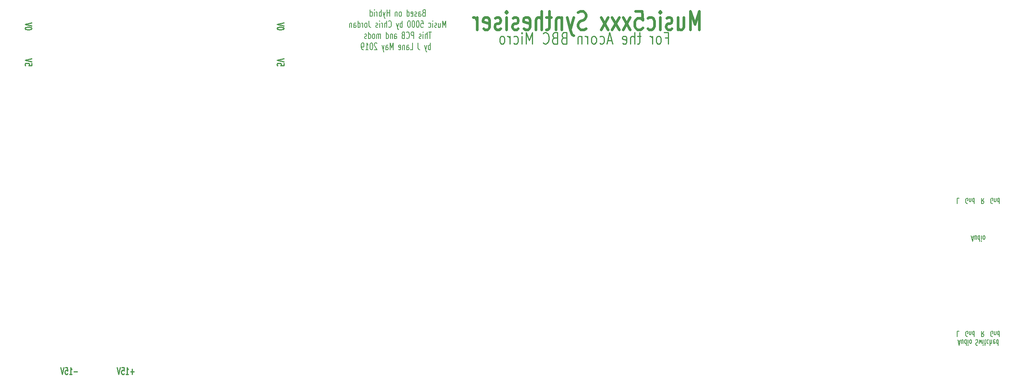
<source format=gbo>
G04 #@! TF.GenerationSoftware,KiCad,Pcbnew,5.1.4-5.1.4*
G04 #@! TF.CreationDate,2019-08-13T11:30:28+01:00*
G04 #@! TF.ProjectId,music5xxx,6d757369-6335-4787-9878-2e6b69636164,1*
G04 #@! TF.SameCoordinates,Original*
G04 #@! TF.FileFunction,Legend,Bot*
G04 #@! TF.FilePolarity,Positive*
%FSLAX46Y46*%
G04 Gerber Fmt 4.6, Leading zero omitted, Abs format (unit mm)*
G04 Created by KiCad (PCBNEW 5.1.4-5.1.4) date 2019-08-13 11:30:28*
%MOMM*%
%LPD*%
G04 APERTURE LIST*
%ADD10C,0.150000*%
%ADD11C,0.250000*%
%ADD12C,0.200000*%
%ADD13C,0.600000*%
%ADD14O,2.102000X2.702000*%
%ADD15R,2.102000X2.702000*%
%ADD16R,2.502000X1.502000*%
%ADD17O,2.502000X1.502000*%
%ADD18R,2.502000X1.702000*%
%ADD19O,2.502000X1.702000*%
%ADD20R,2.702000X2.102000*%
%ADD21O,2.702000X2.102000*%
%ADD22O,2.602000X1.602000*%
%ADD23R,2.602000X1.602000*%
%ADD24C,2.502000*%
%ADD25R,2.502000X2.502000*%
%ADD26O,2.302000X1.802000*%
%ADD27R,2.302000X1.602000*%
%ADD28O,2.302000X1.602000*%
%ADD29C,7.102000*%
%ADD30C,2.002000*%
%ADD31O,2.302000X2.802000*%
%ADD32R,2.302000X2.302000*%
%ADD33O,2.302000X2.302000*%
%ADD34R,1.902000X1.902000*%
%ADD35C,1.902000*%
%ADD36O,1.802000X2.302000*%
%ADD37O,1.702000X1.702000*%
%ADD38C,1.702000*%
%ADD39R,2.002000X2.002000*%
%ADD40C,2.102000*%
%ADD41R,2.602000X1.902000*%
%ADD42O,2.602000X1.902000*%
%ADD43R,1.702000X1.702000*%
%ADD44O,1.802000X1.802000*%
%ADD45R,1.802000X1.802000*%
G04 APERTURE END LIST*
D10*
X209131428Y-108677142D02*
X208750476Y-108677142D01*
X208750476Y-109877142D01*
X211036190Y-109820000D02*
X210960000Y-109877142D01*
X210845714Y-109877142D01*
X210731428Y-109820000D01*
X210655238Y-109705714D01*
X210617142Y-109591428D01*
X210579047Y-109362857D01*
X210579047Y-109191428D01*
X210617142Y-108962857D01*
X210655238Y-108848571D01*
X210731428Y-108734285D01*
X210845714Y-108677142D01*
X210921904Y-108677142D01*
X211036190Y-108734285D01*
X211074285Y-108791428D01*
X211074285Y-109191428D01*
X210921904Y-109191428D01*
X211417142Y-109477142D02*
X211417142Y-108677142D01*
X211417142Y-109362857D02*
X211455238Y-109420000D01*
X211531428Y-109477142D01*
X211645714Y-109477142D01*
X211721904Y-109420000D01*
X211760000Y-109305714D01*
X211760000Y-108677142D01*
X212483809Y-108677142D02*
X212483809Y-109877142D01*
X212483809Y-108734285D02*
X212407619Y-108677142D01*
X212255238Y-108677142D01*
X212179047Y-108734285D01*
X212140952Y-108791428D01*
X212102857Y-108905714D01*
X212102857Y-109248571D01*
X212140952Y-109362857D01*
X212179047Y-109420000D01*
X212255238Y-109477142D01*
X212407619Y-109477142D01*
X212483809Y-109420000D01*
X214540952Y-108677142D02*
X214274285Y-109248571D01*
X214083809Y-108677142D02*
X214083809Y-109877142D01*
X214388571Y-109877142D01*
X214464761Y-109820000D01*
X214502857Y-109762857D01*
X214540952Y-109648571D01*
X214540952Y-109477142D01*
X214502857Y-109362857D01*
X214464761Y-109305714D01*
X214388571Y-109248571D01*
X214083809Y-109248571D01*
X216521904Y-109820000D02*
X216445714Y-109877142D01*
X216331428Y-109877142D01*
X216217142Y-109820000D01*
X216140952Y-109705714D01*
X216102857Y-109591428D01*
X216064761Y-109362857D01*
X216064761Y-109191428D01*
X216102857Y-108962857D01*
X216140952Y-108848571D01*
X216217142Y-108734285D01*
X216331428Y-108677142D01*
X216407619Y-108677142D01*
X216521904Y-108734285D01*
X216560000Y-108791428D01*
X216560000Y-109191428D01*
X216407619Y-109191428D01*
X216902857Y-109477142D02*
X216902857Y-108677142D01*
X216902857Y-109362857D02*
X216940952Y-109420000D01*
X217017142Y-109477142D01*
X217131428Y-109477142D01*
X217207619Y-109420000D01*
X217245714Y-109305714D01*
X217245714Y-108677142D01*
X217969523Y-108677142D02*
X217969523Y-109877142D01*
X217969523Y-108734285D02*
X217893333Y-108677142D01*
X217740952Y-108677142D01*
X217664761Y-108734285D01*
X217626666Y-108791428D01*
X217588571Y-108905714D01*
X217588571Y-109248571D01*
X217626666Y-109362857D01*
X217664761Y-109420000D01*
X217740952Y-109477142D01*
X217893333Y-109477142D01*
X217969523Y-109420000D01*
X211893333Y-117275000D02*
X212274285Y-117275000D01*
X211817142Y-116932142D02*
X212083809Y-118132142D01*
X212350476Y-116932142D01*
X212960000Y-117732142D02*
X212960000Y-116932142D01*
X212617142Y-117732142D02*
X212617142Y-117103571D01*
X212655238Y-116989285D01*
X212731428Y-116932142D01*
X212845714Y-116932142D01*
X212921904Y-116989285D01*
X212960000Y-117046428D01*
X213683809Y-116932142D02*
X213683809Y-118132142D01*
X213683809Y-116989285D02*
X213607619Y-116932142D01*
X213455238Y-116932142D01*
X213379047Y-116989285D01*
X213340952Y-117046428D01*
X213302857Y-117160714D01*
X213302857Y-117503571D01*
X213340952Y-117617857D01*
X213379047Y-117675000D01*
X213455238Y-117732142D01*
X213607619Y-117732142D01*
X213683809Y-117675000D01*
X214064761Y-116932142D02*
X214064761Y-117732142D01*
X214064761Y-118132142D02*
X214026666Y-118075000D01*
X214064761Y-118017857D01*
X214102857Y-118075000D01*
X214064761Y-118132142D01*
X214064761Y-118017857D01*
X214560000Y-116932142D02*
X214483809Y-116989285D01*
X214445714Y-117046428D01*
X214407619Y-117160714D01*
X214407619Y-117503571D01*
X214445714Y-117617857D01*
X214483809Y-117675000D01*
X214560000Y-117732142D01*
X214674285Y-117732142D01*
X214750476Y-117675000D01*
X214788571Y-117617857D01*
X214826666Y-117503571D01*
X214826666Y-117160714D01*
X214788571Y-117046428D01*
X214750476Y-116989285D01*
X214674285Y-116932142D01*
X214560000Y-116932142D01*
X209131428Y-137887142D02*
X208750476Y-137887142D01*
X208750476Y-139087142D01*
X211036190Y-139030000D02*
X210960000Y-139087142D01*
X210845714Y-139087142D01*
X210731428Y-139030000D01*
X210655238Y-138915714D01*
X210617142Y-138801428D01*
X210579047Y-138572857D01*
X210579047Y-138401428D01*
X210617142Y-138172857D01*
X210655238Y-138058571D01*
X210731428Y-137944285D01*
X210845714Y-137887142D01*
X210921904Y-137887142D01*
X211036190Y-137944285D01*
X211074285Y-138001428D01*
X211074285Y-138401428D01*
X210921904Y-138401428D01*
X211417142Y-138687142D02*
X211417142Y-137887142D01*
X211417142Y-138572857D02*
X211455238Y-138630000D01*
X211531428Y-138687142D01*
X211645714Y-138687142D01*
X211721904Y-138630000D01*
X211760000Y-138515714D01*
X211760000Y-137887142D01*
X212483809Y-137887142D02*
X212483809Y-139087142D01*
X212483809Y-137944285D02*
X212407619Y-137887142D01*
X212255238Y-137887142D01*
X212179047Y-137944285D01*
X212140952Y-138001428D01*
X212102857Y-138115714D01*
X212102857Y-138458571D01*
X212140952Y-138572857D01*
X212179047Y-138630000D01*
X212255238Y-138687142D01*
X212407619Y-138687142D01*
X212483809Y-138630000D01*
X214540952Y-137887142D02*
X214274285Y-138458571D01*
X214083809Y-137887142D02*
X214083809Y-139087142D01*
X214388571Y-139087142D01*
X214464761Y-139030000D01*
X214502857Y-138972857D01*
X214540952Y-138858571D01*
X214540952Y-138687142D01*
X214502857Y-138572857D01*
X214464761Y-138515714D01*
X214388571Y-138458571D01*
X214083809Y-138458571D01*
X216521904Y-139030000D02*
X216445714Y-139087142D01*
X216331428Y-139087142D01*
X216217142Y-139030000D01*
X216140952Y-138915714D01*
X216102857Y-138801428D01*
X216064761Y-138572857D01*
X216064761Y-138401428D01*
X216102857Y-138172857D01*
X216140952Y-138058571D01*
X216217142Y-137944285D01*
X216331428Y-137887142D01*
X216407619Y-137887142D01*
X216521904Y-137944285D01*
X216560000Y-138001428D01*
X216560000Y-138401428D01*
X216407619Y-138401428D01*
X216902857Y-138687142D02*
X216902857Y-137887142D01*
X216902857Y-138572857D02*
X216940952Y-138630000D01*
X217017142Y-138687142D01*
X217131428Y-138687142D01*
X217207619Y-138630000D01*
X217245714Y-138515714D01*
X217245714Y-137887142D01*
X217969523Y-137887142D02*
X217969523Y-139087142D01*
X217969523Y-137944285D02*
X217893333Y-137887142D01*
X217740952Y-137887142D01*
X217664761Y-137944285D01*
X217626666Y-138001428D01*
X217588571Y-138115714D01*
X217588571Y-138458571D01*
X217626666Y-138572857D01*
X217664761Y-138630000D01*
X217740952Y-138687142D01*
X217893333Y-138687142D01*
X217969523Y-138630000D01*
X208960000Y-140135000D02*
X209340952Y-140135000D01*
X208883809Y-139792142D02*
X209150476Y-140992142D01*
X209417142Y-139792142D01*
X210026666Y-140592142D02*
X210026666Y-139792142D01*
X209683809Y-140592142D02*
X209683809Y-139963571D01*
X209721904Y-139849285D01*
X209798095Y-139792142D01*
X209912380Y-139792142D01*
X209988571Y-139849285D01*
X210026666Y-139906428D01*
X210750476Y-139792142D02*
X210750476Y-140992142D01*
X210750476Y-139849285D02*
X210674285Y-139792142D01*
X210521904Y-139792142D01*
X210445714Y-139849285D01*
X210407619Y-139906428D01*
X210369523Y-140020714D01*
X210369523Y-140363571D01*
X210407619Y-140477857D01*
X210445714Y-140535000D01*
X210521904Y-140592142D01*
X210674285Y-140592142D01*
X210750476Y-140535000D01*
X211131428Y-139792142D02*
X211131428Y-140592142D01*
X211131428Y-140992142D02*
X211093333Y-140935000D01*
X211131428Y-140877857D01*
X211169523Y-140935000D01*
X211131428Y-140992142D01*
X211131428Y-140877857D01*
X211626666Y-139792142D02*
X211550476Y-139849285D01*
X211512380Y-139906428D01*
X211474285Y-140020714D01*
X211474285Y-140363571D01*
X211512380Y-140477857D01*
X211550476Y-140535000D01*
X211626666Y-140592142D01*
X211740952Y-140592142D01*
X211817142Y-140535000D01*
X211855238Y-140477857D01*
X211893333Y-140363571D01*
X211893333Y-140020714D01*
X211855238Y-139906428D01*
X211817142Y-139849285D01*
X211740952Y-139792142D01*
X211626666Y-139792142D01*
X212807619Y-139849285D02*
X212921904Y-139792142D01*
X213112380Y-139792142D01*
X213188571Y-139849285D01*
X213226666Y-139906428D01*
X213264761Y-140020714D01*
X213264761Y-140135000D01*
X213226666Y-140249285D01*
X213188571Y-140306428D01*
X213112380Y-140363571D01*
X212960000Y-140420714D01*
X212883809Y-140477857D01*
X212845714Y-140535000D01*
X212807619Y-140649285D01*
X212807619Y-140763571D01*
X212845714Y-140877857D01*
X212883809Y-140935000D01*
X212960000Y-140992142D01*
X213150476Y-140992142D01*
X213264761Y-140935000D01*
X213531428Y-140592142D02*
X213683809Y-139792142D01*
X213836190Y-140363571D01*
X213988571Y-139792142D01*
X214140952Y-140592142D01*
X214445714Y-139792142D02*
X214445714Y-140592142D01*
X214445714Y-140992142D02*
X214407619Y-140935000D01*
X214445714Y-140877857D01*
X214483809Y-140935000D01*
X214445714Y-140992142D01*
X214445714Y-140877857D01*
X214712380Y-140592142D02*
X215017142Y-140592142D01*
X214826666Y-140992142D02*
X214826666Y-139963571D01*
X214864761Y-139849285D01*
X214940952Y-139792142D01*
X215017142Y-139792142D01*
X215626666Y-139849285D02*
X215550476Y-139792142D01*
X215398095Y-139792142D01*
X215321904Y-139849285D01*
X215283809Y-139906428D01*
X215245714Y-140020714D01*
X215245714Y-140363571D01*
X215283809Y-140477857D01*
X215321904Y-140535000D01*
X215398095Y-140592142D01*
X215550476Y-140592142D01*
X215626666Y-140535000D01*
X215969523Y-139792142D02*
X215969523Y-140992142D01*
X216312380Y-139792142D02*
X216312380Y-140420714D01*
X216274285Y-140535000D01*
X216198095Y-140592142D01*
X216083809Y-140592142D01*
X216007619Y-140535000D01*
X215969523Y-140477857D01*
X216998095Y-139849285D02*
X216921904Y-139792142D01*
X216769523Y-139792142D01*
X216693333Y-139849285D01*
X216655238Y-139963571D01*
X216655238Y-140420714D01*
X216693333Y-140535000D01*
X216769523Y-140592142D01*
X216921904Y-140592142D01*
X216998095Y-140535000D01*
X217036190Y-140420714D01*
X217036190Y-140306428D01*
X216655238Y-140192142D01*
X217721904Y-139792142D02*
X217721904Y-140992142D01*
X217721904Y-139849285D02*
X217645714Y-139792142D01*
X217493333Y-139792142D01*
X217417142Y-139849285D01*
X217379047Y-139906428D01*
X217340952Y-140020714D01*
X217340952Y-140363571D01*
X217379047Y-140477857D01*
X217417142Y-140535000D01*
X217493333Y-140592142D01*
X217645714Y-140592142D01*
X217721904Y-140535000D01*
D11*
X61146428Y-79072857D02*
X61146428Y-79549047D01*
X60432142Y-79596666D01*
X60503571Y-79549047D01*
X60575000Y-79453809D01*
X60575000Y-79215714D01*
X60503571Y-79120476D01*
X60432142Y-79072857D01*
X60289285Y-79025238D01*
X59932142Y-79025238D01*
X59789285Y-79072857D01*
X59717857Y-79120476D01*
X59646428Y-79215714D01*
X59646428Y-79453809D01*
X59717857Y-79549047D01*
X59789285Y-79596666D01*
X61146428Y-78739523D02*
X59646428Y-78406190D01*
X61146428Y-78072857D01*
X61146428Y-71453809D02*
X61146428Y-71358571D01*
X61075000Y-71263333D01*
X61003571Y-71215714D01*
X60860714Y-71168095D01*
X60575000Y-71120476D01*
X60217857Y-71120476D01*
X59932142Y-71168095D01*
X59789285Y-71215714D01*
X59717857Y-71263333D01*
X59646428Y-71358571D01*
X59646428Y-71453809D01*
X59717857Y-71549047D01*
X59789285Y-71596666D01*
X59932142Y-71644285D01*
X60217857Y-71691904D01*
X60575000Y-71691904D01*
X60860714Y-71644285D01*
X61003571Y-71596666D01*
X61075000Y-71549047D01*
X61146428Y-71453809D01*
X61146428Y-70834761D02*
X59646428Y-70501428D01*
X61146428Y-70168095D01*
D12*
X91796428Y-67972857D02*
X91653571Y-68044285D01*
X91605952Y-68115714D01*
X91558333Y-68258571D01*
X91558333Y-68472857D01*
X91605952Y-68615714D01*
X91653571Y-68687142D01*
X91748809Y-68758571D01*
X92129761Y-68758571D01*
X92129761Y-67258571D01*
X91796428Y-67258571D01*
X91701190Y-67330000D01*
X91653571Y-67401428D01*
X91605952Y-67544285D01*
X91605952Y-67687142D01*
X91653571Y-67830000D01*
X91701190Y-67901428D01*
X91796428Y-67972857D01*
X92129761Y-67972857D01*
X90701190Y-68758571D02*
X90701190Y-67972857D01*
X90748809Y-67830000D01*
X90844047Y-67758571D01*
X91034523Y-67758571D01*
X91129761Y-67830000D01*
X90701190Y-68687142D02*
X90796428Y-68758571D01*
X91034523Y-68758571D01*
X91129761Y-68687142D01*
X91177380Y-68544285D01*
X91177380Y-68401428D01*
X91129761Y-68258571D01*
X91034523Y-68187142D01*
X90796428Y-68187142D01*
X90701190Y-68115714D01*
X90272619Y-68687142D02*
X90177380Y-68758571D01*
X89986904Y-68758571D01*
X89891666Y-68687142D01*
X89844047Y-68544285D01*
X89844047Y-68472857D01*
X89891666Y-68330000D01*
X89986904Y-68258571D01*
X90129761Y-68258571D01*
X90225000Y-68187142D01*
X90272619Y-68044285D01*
X90272619Y-67972857D01*
X90225000Y-67830000D01*
X90129761Y-67758571D01*
X89986904Y-67758571D01*
X89891666Y-67830000D01*
X89034523Y-68687142D02*
X89129761Y-68758571D01*
X89320238Y-68758571D01*
X89415476Y-68687142D01*
X89463095Y-68544285D01*
X89463095Y-67972857D01*
X89415476Y-67830000D01*
X89320238Y-67758571D01*
X89129761Y-67758571D01*
X89034523Y-67830000D01*
X88986904Y-67972857D01*
X88986904Y-68115714D01*
X89463095Y-68258571D01*
X88129761Y-68758571D02*
X88129761Y-67258571D01*
X88129761Y-68687142D02*
X88225000Y-68758571D01*
X88415476Y-68758571D01*
X88510714Y-68687142D01*
X88558333Y-68615714D01*
X88605952Y-68472857D01*
X88605952Y-68044285D01*
X88558333Y-67901428D01*
X88510714Y-67830000D01*
X88415476Y-67758571D01*
X88225000Y-67758571D01*
X88129761Y-67830000D01*
X86748809Y-68758571D02*
X86844047Y-68687142D01*
X86891666Y-68615714D01*
X86939285Y-68472857D01*
X86939285Y-68044285D01*
X86891666Y-67901428D01*
X86844047Y-67830000D01*
X86748809Y-67758571D01*
X86605952Y-67758571D01*
X86510714Y-67830000D01*
X86463095Y-67901428D01*
X86415476Y-68044285D01*
X86415476Y-68472857D01*
X86463095Y-68615714D01*
X86510714Y-68687142D01*
X86605952Y-68758571D01*
X86748809Y-68758571D01*
X85986904Y-67758571D02*
X85986904Y-68758571D01*
X85986904Y-67901428D02*
X85939285Y-67830000D01*
X85844047Y-67758571D01*
X85701190Y-67758571D01*
X85605952Y-67830000D01*
X85558333Y-67972857D01*
X85558333Y-68758571D01*
X84320238Y-68758571D02*
X84320238Y-67258571D01*
X84320238Y-67972857D02*
X83748809Y-67972857D01*
X83748809Y-68758571D02*
X83748809Y-67258571D01*
X83367857Y-67758571D02*
X83129761Y-68758571D01*
X82891666Y-67758571D02*
X83129761Y-68758571D01*
X83225000Y-69115714D01*
X83272619Y-69187142D01*
X83367857Y-69258571D01*
X82510714Y-68758571D02*
X82510714Y-67258571D01*
X82510714Y-67830000D02*
X82415476Y-67758571D01*
X82225000Y-67758571D01*
X82129761Y-67830000D01*
X82082142Y-67901428D01*
X82034523Y-68044285D01*
X82034523Y-68472857D01*
X82082142Y-68615714D01*
X82129761Y-68687142D01*
X82225000Y-68758571D01*
X82415476Y-68758571D01*
X82510714Y-68687142D01*
X81605952Y-68758571D02*
X81605952Y-67758571D01*
X81605952Y-68044285D02*
X81558333Y-67901428D01*
X81510714Y-67830000D01*
X81415476Y-67758571D01*
X81320238Y-67758571D01*
X80986904Y-68758571D02*
X80986904Y-67758571D01*
X80986904Y-67258571D02*
X81034523Y-67330000D01*
X80986904Y-67401428D01*
X80939285Y-67330000D01*
X80986904Y-67258571D01*
X80986904Y-67401428D01*
X80082142Y-68758571D02*
X80082142Y-67258571D01*
X80082142Y-68687142D02*
X80177380Y-68758571D01*
X80367857Y-68758571D01*
X80463095Y-68687142D01*
X80510714Y-68615714D01*
X80558333Y-68472857D01*
X80558333Y-68044285D01*
X80510714Y-67901428D01*
X80463095Y-67830000D01*
X80367857Y-67758571D01*
X80177380Y-67758571D01*
X80082142Y-67830000D01*
X96629761Y-71208571D02*
X96629761Y-69708571D01*
X96296428Y-70780000D01*
X95963095Y-69708571D01*
X95963095Y-71208571D01*
X95058333Y-70208571D02*
X95058333Y-71208571D01*
X95486904Y-70208571D02*
X95486904Y-70994285D01*
X95439285Y-71137142D01*
X95344047Y-71208571D01*
X95201190Y-71208571D01*
X95105952Y-71137142D01*
X95058333Y-71065714D01*
X94629761Y-71137142D02*
X94534523Y-71208571D01*
X94344047Y-71208571D01*
X94248809Y-71137142D01*
X94201190Y-70994285D01*
X94201190Y-70922857D01*
X94248809Y-70780000D01*
X94344047Y-70708571D01*
X94486904Y-70708571D01*
X94582142Y-70637142D01*
X94629761Y-70494285D01*
X94629761Y-70422857D01*
X94582142Y-70280000D01*
X94486904Y-70208571D01*
X94344047Y-70208571D01*
X94248809Y-70280000D01*
X93772619Y-71208571D02*
X93772619Y-70208571D01*
X93772619Y-69708571D02*
X93820238Y-69780000D01*
X93772619Y-69851428D01*
X93725000Y-69780000D01*
X93772619Y-69708571D01*
X93772619Y-69851428D01*
X92867857Y-71137142D02*
X92963095Y-71208571D01*
X93153571Y-71208571D01*
X93248809Y-71137142D01*
X93296428Y-71065714D01*
X93344047Y-70922857D01*
X93344047Y-70494285D01*
X93296428Y-70351428D01*
X93248809Y-70280000D01*
X93153571Y-70208571D01*
X92963095Y-70208571D01*
X92867857Y-70280000D01*
X91201190Y-69708571D02*
X91677380Y-69708571D01*
X91725000Y-70422857D01*
X91677380Y-70351428D01*
X91582142Y-70280000D01*
X91344047Y-70280000D01*
X91248809Y-70351428D01*
X91201190Y-70422857D01*
X91153571Y-70565714D01*
X91153571Y-70922857D01*
X91201190Y-71065714D01*
X91248809Y-71137142D01*
X91344047Y-71208571D01*
X91582142Y-71208571D01*
X91677380Y-71137142D01*
X91725000Y-71065714D01*
X90534523Y-69708571D02*
X90439285Y-69708571D01*
X90344047Y-69780000D01*
X90296428Y-69851428D01*
X90248809Y-69994285D01*
X90201190Y-70280000D01*
X90201190Y-70637142D01*
X90248809Y-70922857D01*
X90296428Y-71065714D01*
X90344047Y-71137142D01*
X90439285Y-71208571D01*
X90534523Y-71208571D01*
X90629761Y-71137142D01*
X90677380Y-71065714D01*
X90725000Y-70922857D01*
X90772619Y-70637142D01*
X90772619Y-70280000D01*
X90725000Y-69994285D01*
X90677380Y-69851428D01*
X90629761Y-69780000D01*
X90534523Y-69708571D01*
X89582142Y-69708571D02*
X89486904Y-69708571D01*
X89391666Y-69780000D01*
X89344047Y-69851428D01*
X89296428Y-69994285D01*
X89248809Y-70280000D01*
X89248809Y-70637142D01*
X89296428Y-70922857D01*
X89344047Y-71065714D01*
X89391666Y-71137142D01*
X89486904Y-71208571D01*
X89582142Y-71208571D01*
X89677380Y-71137142D01*
X89725000Y-71065714D01*
X89772619Y-70922857D01*
X89820238Y-70637142D01*
X89820238Y-70280000D01*
X89772619Y-69994285D01*
X89725000Y-69851428D01*
X89677380Y-69780000D01*
X89582142Y-69708571D01*
X88629761Y-69708571D02*
X88534523Y-69708571D01*
X88439285Y-69780000D01*
X88391666Y-69851428D01*
X88344047Y-69994285D01*
X88296428Y-70280000D01*
X88296428Y-70637142D01*
X88344047Y-70922857D01*
X88391666Y-71065714D01*
X88439285Y-71137142D01*
X88534523Y-71208571D01*
X88629761Y-71208571D01*
X88725000Y-71137142D01*
X88772619Y-71065714D01*
X88820238Y-70922857D01*
X88867857Y-70637142D01*
X88867857Y-70280000D01*
X88820238Y-69994285D01*
X88772619Y-69851428D01*
X88725000Y-69780000D01*
X88629761Y-69708571D01*
X87105952Y-71208571D02*
X87105952Y-69708571D01*
X87105952Y-70280000D02*
X87010714Y-70208571D01*
X86820238Y-70208571D01*
X86725000Y-70280000D01*
X86677380Y-70351428D01*
X86629761Y-70494285D01*
X86629761Y-70922857D01*
X86677380Y-71065714D01*
X86725000Y-71137142D01*
X86820238Y-71208571D01*
X87010714Y-71208571D01*
X87105952Y-71137142D01*
X86296428Y-70208571D02*
X86058333Y-71208571D01*
X85820238Y-70208571D02*
X86058333Y-71208571D01*
X86153571Y-71565714D01*
X86201190Y-71637142D01*
X86296428Y-71708571D01*
X84105952Y-71065714D02*
X84153571Y-71137142D01*
X84296428Y-71208571D01*
X84391666Y-71208571D01*
X84534523Y-71137142D01*
X84629761Y-70994285D01*
X84677380Y-70851428D01*
X84725000Y-70565714D01*
X84725000Y-70351428D01*
X84677380Y-70065714D01*
X84629761Y-69922857D01*
X84534523Y-69780000D01*
X84391666Y-69708571D01*
X84296428Y-69708571D01*
X84153571Y-69780000D01*
X84105952Y-69851428D01*
X83677380Y-71208571D02*
X83677380Y-69708571D01*
X83248809Y-71208571D02*
X83248809Y-70422857D01*
X83296428Y-70280000D01*
X83391666Y-70208571D01*
X83534523Y-70208571D01*
X83629761Y-70280000D01*
X83677380Y-70351428D01*
X82772619Y-71208571D02*
X82772619Y-70208571D01*
X82772619Y-70494285D02*
X82725000Y-70351428D01*
X82677380Y-70280000D01*
X82582142Y-70208571D01*
X82486904Y-70208571D01*
X82153571Y-71208571D02*
X82153571Y-70208571D01*
X82153571Y-69708571D02*
X82201190Y-69780000D01*
X82153571Y-69851428D01*
X82105952Y-69780000D01*
X82153571Y-69708571D01*
X82153571Y-69851428D01*
X81725000Y-71137142D02*
X81629761Y-71208571D01*
X81439285Y-71208571D01*
X81344047Y-71137142D01*
X81296428Y-70994285D01*
X81296428Y-70922857D01*
X81344047Y-70780000D01*
X81439285Y-70708571D01*
X81582142Y-70708571D01*
X81677380Y-70637142D01*
X81725000Y-70494285D01*
X81725000Y-70422857D01*
X81677380Y-70280000D01*
X81582142Y-70208571D01*
X81439285Y-70208571D01*
X81344047Y-70280000D01*
X79820238Y-69708571D02*
X79820238Y-70780000D01*
X79867857Y-70994285D01*
X79963095Y-71137142D01*
X80105952Y-71208571D01*
X80201190Y-71208571D01*
X79201190Y-71208571D02*
X79296428Y-71137142D01*
X79344047Y-71065714D01*
X79391666Y-70922857D01*
X79391666Y-70494285D01*
X79344047Y-70351428D01*
X79296428Y-70280000D01*
X79201190Y-70208571D01*
X79058333Y-70208571D01*
X78963095Y-70280000D01*
X78915476Y-70351428D01*
X78867857Y-70494285D01*
X78867857Y-70922857D01*
X78915476Y-71065714D01*
X78963095Y-71137142D01*
X79058333Y-71208571D01*
X79201190Y-71208571D01*
X78439285Y-71208571D02*
X78439285Y-70208571D01*
X78439285Y-70494285D02*
X78391666Y-70351428D01*
X78344047Y-70280000D01*
X78248809Y-70208571D01*
X78153571Y-70208571D01*
X77391666Y-71208571D02*
X77391666Y-69708571D01*
X77391666Y-71137142D02*
X77486904Y-71208571D01*
X77677380Y-71208571D01*
X77772619Y-71137142D01*
X77820238Y-71065714D01*
X77867857Y-70922857D01*
X77867857Y-70494285D01*
X77820238Y-70351428D01*
X77772619Y-70280000D01*
X77677380Y-70208571D01*
X77486904Y-70208571D01*
X77391666Y-70280000D01*
X76486904Y-71208571D02*
X76486904Y-70422857D01*
X76534523Y-70280000D01*
X76629761Y-70208571D01*
X76820238Y-70208571D01*
X76915476Y-70280000D01*
X76486904Y-71137142D02*
X76582142Y-71208571D01*
X76820238Y-71208571D01*
X76915476Y-71137142D01*
X76963095Y-70994285D01*
X76963095Y-70851428D01*
X76915476Y-70708571D01*
X76820238Y-70637142D01*
X76582142Y-70637142D01*
X76486904Y-70565714D01*
X76010714Y-70208571D02*
X76010714Y-71208571D01*
X76010714Y-70351428D02*
X75963095Y-70280000D01*
X75867857Y-70208571D01*
X75725000Y-70208571D01*
X75629761Y-70280000D01*
X75582142Y-70422857D01*
X75582142Y-71208571D01*
X93463095Y-72158571D02*
X92891666Y-72158571D01*
X93177380Y-73658571D02*
X93177380Y-72158571D01*
X92558333Y-73658571D02*
X92558333Y-72158571D01*
X92129761Y-73658571D02*
X92129761Y-72872857D01*
X92177380Y-72730000D01*
X92272619Y-72658571D01*
X92415476Y-72658571D01*
X92510714Y-72730000D01*
X92558333Y-72801428D01*
X91653571Y-73658571D02*
X91653571Y-72658571D01*
X91653571Y-72158571D02*
X91701190Y-72230000D01*
X91653571Y-72301428D01*
X91605952Y-72230000D01*
X91653571Y-72158571D01*
X91653571Y-72301428D01*
X91225000Y-73587142D02*
X91129761Y-73658571D01*
X90939285Y-73658571D01*
X90844047Y-73587142D01*
X90796428Y-73444285D01*
X90796428Y-73372857D01*
X90844047Y-73230000D01*
X90939285Y-73158571D01*
X91082142Y-73158571D01*
X91177380Y-73087142D01*
X91225000Y-72944285D01*
X91225000Y-72872857D01*
X91177380Y-72730000D01*
X91082142Y-72658571D01*
X90939285Y-72658571D01*
X90844047Y-72730000D01*
X89605952Y-73658571D02*
X89605952Y-72158571D01*
X89225000Y-72158571D01*
X89129761Y-72230000D01*
X89082142Y-72301428D01*
X89034523Y-72444285D01*
X89034523Y-72658571D01*
X89082142Y-72801428D01*
X89129761Y-72872857D01*
X89225000Y-72944285D01*
X89605952Y-72944285D01*
X88034523Y-73515714D02*
X88082142Y-73587142D01*
X88225000Y-73658571D01*
X88320238Y-73658571D01*
X88463095Y-73587142D01*
X88558333Y-73444285D01*
X88605952Y-73301428D01*
X88653571Y-73015714D01*
X88653571Y-72801428D01*
X88605952Y-72515714D01*
X88558333Y-72372857D01*
X88463095Y-72230000D01*
X88320238Y-72158571D01*
X88225000Y-72158571D01*
X88082142Y-72230000D01*
X88034523Y-72301428D01*
X87272619Y-72872857D02*
X87129761Y-72944285D01*
X87082142Y-73015714D01*
X87034523Y-73158571D01*
X87034523Y-73372857D01*
X87082142Y-73515714D01*
X87129761Y-73587142D01*
X87225000Y-73658571D01*
X87605952Y-73658571D01*
X87605952Y-72158571D01*
X87272619Y-72158571D01*
X87177380Y-72230000D01*
X87129761Y-72301428D01*
X87082142Y-72444285D01*
X87082142Y-72587142D01*
X87129761Y-72730000D01*
X87177380Y-72801428D01*
X87272619Y-72872857D01*
X87605952Y-72872857D01*
X85415476Y-73658571D02*
X85415476Y-72872857D01*
X85463095Y-72730000D01*
X85558333Y-72658571D01*
X85748809Y-72658571D01*
X85844047Y-72730000D01*
X85415476Y-73587142D02*
X85510714Y-73658571D01*
X85748809Y-73658571D01*
X85844047Y-73587142D01*
X85891666Y-73444285D01*
X85891666Y-73301428D01*
X85844047Y-73158571D01*
X85748809Y-73087142D01*
X85510714Y-73087142D01*
X85415476Y-73015714D01*
X84939285Y-72658571D02*
X84939285Y-73658571D01*
X84939285Y-72801428D02*
X84891666Y-72730000D01*
X84796428Y-72658571D01*
X84653571Y-72658571D01*
X84558333Y-72730000D01*
X84510714Y-72872857D01*
X84510714Y-73658571D01*
X83605952Y-73658571D02*
X83605952Y-72158571D01*
X83605952Y-73587142D02*
X83701190Y-73658571D01*
X83891666Y-73658571D01*
X83986904Y-73587142D01*
X84034523Y-73515714D01*
X84082142Y-73372857D01*
X84082142Y-72944285D01*
X84034523Y-72801428D01*
X83986904Y-72730000D01*
X83891666Y-72658571D01*
X83701190Y-72658571D01*
X83605952Y-72730000D01*
X82367857Y-73658571D02*
X82367857Y-72658571D01*
X82367857Y-72801428D02*
X82320238Y-72730000D01*
X82225000Y-72658571D01*
X82082142Y-72658571D01*
X81986904Y-72730000D01*
X81939285Y-72872857D01*
X81939285Y-73658571D01*
X81939285Y-72872857D02*
X81891666Y-72730000D01*
X81796428Y-72658571D01*
X81653571Y-72658571D01*
X81558333Y-72730000D01*
X81510714Y-72872857D01*
X81510714Y-73658571D01*
X80891666Y-73658571D02*
X80986904Y-73587142D01*
X81034523Y-73515714D01*
X81082142Y-73372857D01*
X81082142Y-72944285D01*
X81034523Y-72801428D01*
X80986904Y-72730000D01*
X80891666Y-72658571D01*
X80748809Y-72658571D01*
X80653571Y-72730000D01*
X80605952Y-72801428D01*
X80558333Y-72944285D01*
X80558333Y-73372857D01*
X80605952Y-73515714D01*
X80653571Y-73587142D01*
X80748809Y-73658571D01*
X80891666Y-73658571D01*
X79701190Y-73658571D02*
X79701190Y-72158571D01*
X79701190Y-73587142D02*
X79796428Y-73658571D01*
X79986904Y-73658571D01*
X80082142Y-73587142D01*
X80129761Y-73515714D01*
X80177380Y-73372857D01*
X80177380Y-72944285D01*
X80129761Y-72801428D01*
X80082142Y-72730000D01*
X79986904Y-72658571D01*
X79796428Y-72658571D01*
X79701190Y-72730000D01*
X79272619Y-73587142D02*
X79177380Y-73658571D01*
X78986904Y-73658571D01*
X78891666Y-73587142D01*
X78844047Y-73444285D01*
X78844047Y-73372857D01*
X78891666Y-73230000D01*
X78986904Y-73158571D01*
X79129761Y-73158571D01*
X79225000Y-73087142D01*
X79272619Y-72944285D01*
X79272619Y-72872857D01*
X79225000Y-72730000D01*
X79129761Y-72658571D01*
X78986904Y-72658571D01*
X78891666Y-72730000D01*
X93272619Y-76108571D02*
X93272619Y-74608571D01*
X93272619Y-75180000D02*
X93177380Y-75108571D01*
X92986904Y-75108571D01*
X92891666Y-75180000D01*
X92844047Y-75251428D01*
X92796428Y-75394285D01*
X92796428Y-75822857D01*
X92844047Y-75965714D01*
X92891666Y-76037142D01*
X92986904Y-76108571D01*
X93177380Y-76108571D01*
X93272619Y-76037142D01*
X92463095Y-75108571D02*
X92225000Y-76108571D01*
X91986904Y-75108571D02*
X92225000Y-76108571D01*
X92320238Y-76465714D01*
X92367857Y-76537142D01*
X92463095Y-76608571D01*
X90558333Y-74608571D02*
X90558333Y-75680000D01*
X90605952Y-75894285D01*
X90701190Y-76037142D01*
X90844047Y-76108571D01*
X90939285Y-76108571D01*
X88844047Y-76108571D02*
X89320238Y-76108571D01*
X89320238Y-74608571D01*
X88082142Y-76108571D02*
X88082142Y-75322857D01*
X88129761Y-75180000D01*
X88225000Y-75108571D01*
X88415476Y-75108571D01*
X88510714Y-75180000D01*
X88082142Y-76037142D02*
X88177380Y-76108571D01*
X88415476Y-76108571D01*
X88510714Y-76037142D01*
X88558333Y-75894285D01*
X88558333Y-75751428D01*
X88510714Y-75608571D01*
X88415476Y-75537142D01*
X88177380Y-75537142D01*
X88082142Y-75465714D01*
X87605952Y-75108571D02*
X87605952Y-76108571D01*
X87605952Y-75251428D02*
X87558333Y-75180000D01*
X87463095Y-75108571D01*
X87320238Y-75108571D01*
X87225000Y-75180000D01*
X87177380Y-75322857D01*
X87177380Y-76108571D01*
X86320238Y-76037142D02*
X86415476Y-76108571D01*
X86605952Y-76108571D01*
X86701190Y-76037142D01*
X86748809Y-75894285D01*
X86748809Y-75322857D01*
X86701190Y-75180000D01*
X86605952Y-75108571D01*
X86415476Y-75108571D01*
X86320238Y-75180000D01*
X86272619Y-75322857D01*
X86272619Y-75465714D01*
X86748809Y-75608571D01*
X85082142Y-76108571D02*
X85082142Y-74608571D01*
X84748809Y-75680000D01*
X84415476Y-74608571D01*
X84415476Y-76108571D01*
X83510714Y-76108571D02*
X83510714Y-75322857D01*
X83558333Y-75180000D01*
X83653571Y-75108571D01*
X83844047Y-75108571D01*
X83939285Y-75180000D01*
X83510714Y-76037142D02*
X83605952Y-76108571D01*
X83844047Y-76108571D01*
X83939285Y-76037142D01*
X83986904Y-75894285D01*
X83986904Y-75751428D01*
X83939285Y-75608571D01*
X83844047Y-75537142D01*
X83605952Y-75537142D01*
X83510714Y-75465714D01*
X83129761Y-75108571D02*
X82891666Y-76108571D01*
X82653571Y-75108571D02*
X82891666Y-76108571D01*
X82986904Y-76465714D01*
X83034523Y-76537142D01*
X83129761Y-76608571D01*
X81558333Y-74751428D02*
X81510714Y-74680000D01*
X81415476Y-74608571D01*
X81177380Y-74608571D01*
X81082142Y-74680000D01*
X81034523Y-74751428D01*
X80986904Y-74894285D01*
X80986904Y-75037142D01*
X81034523Y-75251428D01*
X81605952Y-76108571D01*
X80986904Y-76108571D01*
X80367857Y-74608571D02*
X80272619Y-74608571D01*
X80177380Y-74680000D01*
X80129761Y-74751428D01*
X80082142Y-74894285D01*
X80034523Y-75180000D01*
X80034523Y-75537142D01*
X80082142Y-75822857D01*
X80129761Y-75965714D01*
X80177380Y-76037142D01*
X80272619Y-76108571D01*
X80367857Y-76108571D01*
X80463095Y-76037142D01*
X80510714Y-75965714D01*
X80558333Y-75822857D01*
X80605952Y-75537142D01*
X80605952Y-75180000D01*
X80558333Y-74894285D01*
X80510714Y-74751428D01*
X80463095Y-74680000D01*
X80367857Y-74608571D01*
X79082142Y-76108571D02*
X79653571Y-76108571D01*
X79367857Y-76108571D02*
X79367857Y-74608571D01*
X79463095Y-74822857D01*
X79558333Y-74965714D01*
X79653571Y-75037142D01*
X78605952Y-76108571D02*
X78415476Y-76108571D01*
X78320238Y-76037142D01*
X78272619Y-75965714D01*
X78177380Y-75751428D01*
X78129761Y-75465714D01*
X78129761Y-74894285D01*
X78177380Y-74751428D01*
X78225000Y-74680000D01*
X78320238Y-74608571D01*
X78510714Y-74608571D01*
X78605952Y-74680000D01*
X78653571Y-74751428D01*
X78701190Y-74894285D01*
X78701190Y-75251428D01*
X78653571Y-75394285D01*
X78605952Y-75465714D01*
X78510714Y-75537142D01*
X78320238Y-75537142D01*
X78225000Y-75465714D01*
X78177380Y-75394285D01*
X78129761Y-75251428D01*
D11*
X144761904Y-73481428D02*
X145428571Y-73481428D01*
X145428571Y-74790952D02*
X145428571Y-72290952D01*
X144476190Y-72290952D01*
X143428571Y-74790952D02*
X143619047Y-74671904D01*
X143714285Y-74552857D01*
X143809523Y-74314761D01*
X143809523Y-73600476D01*
X143714285Y-73362380D01*
X143619047Y-73243333D01*
X143428571Y-73124285D01*
X143142857Y-73124285D01*
X142952380Y-73243333D01*
X142857142Y-73362380D01*
X142761904Y-73600476D01*
X142761904Y-74314761D01*
X142857142Y-74552857D01*
X142952380Y-74671904D01*
X143142857Y-74790952D01*
X143428571Y-74790952D01*
X141904761Y-74790952D02*
X141904761Y-73124285D01*
X141904761Y-73600476D02*
X141809523Y-73362380D01*
X141714285Y-73243333D01*
X141523809Y-73124285D01*
X141333333Y-73124285D01*
X139428571Y-73124285D02*
X138666666Y-73124285D01*
X139142857Y-72290952D02*
X139142857Y-74433809D01*
X139047619Y-74671904D01*
X138857142Y-74790952D01*
X138666666Y-74790952D01*
X138000000Y-74790952D02*
X138000000Y-72290952D01*
X137142857Y-74790952D02*
X137142857Y-73481428D01*
X137238095Y-73243333D01*
X137428571Y-73124285D01*
X137714285Y-73124285D01*
X137904761Y-73243333D01*
X138000000Y-73362380D01*
X135428571Y-74671904D02*
X135619047Y-74790952D01*
X136000000Y-74790952D01*
X136190476Y-74671904D01*
X136285714Y-74433809D01*
X136285714Y-73481428D01*
X136190476Y-73243333D01*
X136000000Y-73124285D01*
X135619047Y-73124285D01*
X135428571Y-73243333D01*
X135333333Y-73481428D01*
X135333333Y-73719523D01*
X136285714Y-73957619D01*
X133047619Y-74076666D02*
X132095238Y-74076666D01*
X133238095Y-74790952D02*
X132571428Y-72290952D01*
X131904761Y-74790952D01*
X130380952Y-74671904D02*
X130571428Y-74790952D01*
X130952380Y-74790952D01*
X131142857Y-74671904D01*
X131238095Y-74552857D01*
X131333333Y-74314761D01*
X131333333Y-73600476D01*
X131238095Y-73362380D01*
X131142857Y-73243333D01*
X130952380Y-73124285D01*
X130571428Y-73124285D01*
X130380952Y-73243333D01*
X129238095Y-74790952D02*
X129428571Y-74671904D01*
X129523809Y-74552857D01*
X129619047Y-74314761D01*
X129619047Y-73600476D01*
X129523809Y-73362380D01*
X129428571Y-73243333D01*
X129238095Y-73124285D01*
X128952380Y-73124285D01*
X128761904Y-73243333D01*
X128666666Y-73362380D01*
X128571428Y-73600476D01*
X128571428Y-74314761D01*
X128666666Y-74552857D01*
X128761904Y-74671904D01*
X128952380Y-74790952D01*
X129238095Y-74790952D01*
X127714285Y-74790952D02*
X127714285Y-73124285D01*
X127714285Y-73600476D02*
X127619047Y-73362380D01*
X127523809Y-73243333D01*
X127333333Y-73124285D01*
X127142857Y-73124285D01*
X126476190Y-73124285D02*
X126476190Y-74790952D01*
X126476190Y-73362380D02*
X126380952Y-73243333D01*
X126190476Y-73124285D01*
X125904761Y-73124285D01*
X125714285Y-73243333D01*
X125619047Y-73481428D01*
X125619047Y-74790952D01*
X122476190Y-73481428D02*
X122190476Y-73600476D01*
X122095238Y-73719523D01*
X122000000Y-73957619D01*
X122000000Y-74314761D01*
X122095238Y-74552857D01*
X122190476Y-74671904D01*
X122380952Y-74790952D01*
X123142857Y-74790952D01*
X123142857Y-72290952D01*
X122476190Y-72290952D01*
X122285714Y-72410000D01*
X122190476Y-72529047D01*
X122095238Y-72767142D01*
X122095238Y-73005238D01*
X122190476Y-73243333D01*
X122285714Y-73362380D01*
X122476190Y-73481428D01*
X123142857Y-73481428D01*
X120476190Y-73481428D02*
X120190476Y-73600476D01*
X120095238Y-73719523D01*
X120000000Y-73957619D01*
X120000000Y-74314761D01*
X120095238Y-74552857D01*
X120190476Y-74671904D01*
X120380952Y-74790952D01*
X121142857Y-74790952D01*
X121142857Y-72290952D01*
X120476190Y-72290952D01*
X120285714Y-72410000D01*
X120190476Y-72529047D01*
X120095238Y-72767142D01*
X120095238Y-73005238D01*
X120190476Y-73243333D01*
X120285714Y-73362380D01*
X120476190Y-73481428D01*
X121142857Y-73481428D01*
X118000000Y-74552857D02*
X118095238Y-74671904D01*
X118380952Y-74790952D01*
X118571428Y-74790952D01*
X118857142Y-74671904D01*
X119047619Y-74433809D01*
X119142857Y-74195714D01*
X119238095Y-73719523D01*
X119238095Y-73362380D01*
X119142857Y-72886190D01*
X119047619Y-72648095D01*
X118857142Y-72410000D01*
X118571428Y-72290952D01*
X118380952Y-72290952D01*
X118095238Y-72410000D01*
X118000000Y-72529047D01*
X115619047Y-74790952D02*
X115619047Y-72290952D01*
X114952380Y-74076666D01*
X114285714Y-72290952D01*
X114285714Y-74790952D01*
X113333333Y-74790952D02*
X113333333Y-73124285D01*
X113333333Y-72290952D02*
X113428571Y-72410000D01*
X113333333Y-72529047D01*
X113238095Y-72410000D01*
X113333333Y-72290952D01*
X113333333Y-72529047D01*
X111523809Y-74671904D02*
X111714285Y-74790952D01*
X112095238Y-74790952D01*
X112285714Y-74671904D01*
X112380952Y-74552857D01*
X112476190Y-74314761D01*
X112476190Y-73600476D01*
X112380952Y-73362380D01*
X112285714Y-73243333D01*
X112095238Y-73124285D01*
X111714285Y-73124285D01*
X111523809Y-73243333D01*
X110666666Y-74790952D02*
X110666666Y-73124285D01*
X110666666Y-73600476D02*
X110571428Y-73362380D01*
X110476190Y-73243333D01*
X110285714Y-73124285D01*
X110095238Y-73124285D01*
X109142857Y-74790952D02*
X109333333Y-74671904D01*
X109428571Y-74552857D01*
X109523809Y-74314761D01*
X109523809Y-73600476D01*
X109428571Y-73362380D01*
X109333333Y-73243333D01*
X109142857Y-73124285D01*
X108857142Y-73124285D01*
X108666666Y-73243333D01*
X108571428Y-73362380D01*
X108476190Y-73600476D01*
X108476190Y-74314761D01*
X108571428Y-74552857D01*
X108666666Y-74671904D01*
X108857142Y-74790952D01*
X109142857Y-74790952D01*
D13*
X152206428Y-71659523D02*
X152206428Y-67659523D01*
X151206428Y-70516666D01*
X150206428Y-67659523D01*
X150206428Y-71659523D01*
X147492142Y-68992857D02*
X147492142Y-71659523D01*
X148777857Y-68992857D02*
X148777857Y-71088095D01*
X148635000Y-71469047D01*
X148349285Y-71659523D01*
X147920714Y-71659523D01*
X147635000Y-71469047D01*
X147492142Y-71278571D01*
X146206428Y-71469047D02*
X145920714Y-71659523D01*
X145349285Y-71659523D01*
X145063571Y-71469047D01*
X144920714Y-71088095D01*
X144920714Y-70897619D01*
X145063571Y-70516666D01*
X145349285Y-70326190D01*
X145777857Y-70326190D01*
X146063571Y-70135714D01*
X146206428Y-69754761D01*
X146206428Y-69564285D01*
X146063571Y-69183333D01*
X145777857Y-68992857D01*
X145349285Y-68992857D01*
X145063571Y-69183333D01*
X143635000Y-71659523D02*
X143635000Y-68992857D01*
X143635000Y-67659523D02*
X143777857Y-67850000D01*
X143635000Y-68040476D01*
X143492142Y-67850000D01*
X143635000Y-67659523D01*
X143635000Y-68040476D01*
X140920714Y-71469047D02*
X141206428Y-71659523D01*
X141777857Y-71659523D01*
X142063571Y-71469047D01*
X142206428Y-71278571D01*
X142349285Y-70897619D01*
X142349285Y-69754761D01*
X142206428Y-69373809D01*
X142063571Y-69183333D01*
X141777857Y-68992857D01*
X141206428Y-68992857D01*
X140920714Y-69183333D01*
X138206428Y-67659523D02*
X139635000Y-67659523D01*
X139777857Y-69564285D01*
X139635000Y-69373809D01*
X139349285Y-69183333D01*
X138635000Y-69183333D01*
X138349285Y-69373809D01*
X138206428Y-69564285D01*
X138063571Y-69945238D01*
X138063571Y-70897619D01*
X138206428Y-71278571D01*
X138349285Y-71469047D01*
X138635000Y-71659523D01*
X139349285Y-71659523D01*
X139635000Y-71469047D01*
X139777857Y-71278571D01*
X137063571Y-71659523D02*
X135492142Y-68992857D01*
X137063571Y-68992857D02*
X135492142Y-71659523D01*
X134635000Y-71659523D02*
X133063571Y-68992857D01*
X134635000Y-68992857D02*
X133063571Y-71659523D01*
X132206428Y-71659523D02*
X130635000Y-68992857D01*
X132206428Y-68992857D02*
X130635000Y-71659523D01*
X127349285Y-71469047D02*
X126920714Y-71659523D01*
X126206428Y-71659523D01*
X125920714Y-71469047D01*
X125777857Y-71278571D01*
X125635000Y-70897619D01*
X125635000Y-70516666D01*
X125777857Y-70135714D01*
X125920714Y-69945238D01*
X126206428Y-69754761D01*
X126777857Y-69564285D01*
X127063571Y-69373809D01*
X127206428Y-69183333D01*
X127349285Y-68802380D01*
X127349285Y-68421428D01*
X127206428Y-68040476D01*
X127063571Y-67850000D01*
X126777857Y-67659523D01*
X126063571Y-67659523D01*
X125635000Y-67850000D01*
X124635000Y-68992857D02*
X123920714Y-71659523D01*
X123206428Y-68992857D02*
X123920714Y-71659523D01*
X124206428Y-72611904D01*
X124349285Y-72802380D01*
X124635000Y-72992857D01*
X122063571Y-68992857D02*
X122063571Y-71659523D01*
X122063571Y-69373809D02*
X121920714Y-69183333D01*
X121635000Y-68992857D01*
X121206428Y-68992857D01*
X120920714Y-69183333D01*
X120777857Y-69564285D01*
X120777857Y-71659523D01*
X119777857Y-68992857D02*
X118635000Y-68992857D01*
X119349285Y-67659523D02*
X119349285Y-71088095D01*
X119206428Y-71469047D01*
X118920714Y-71659523D01*
X118635000Y-71659523D01*
X117635000Y-71659523D02*
X117635000Y-67659523D01*
X116349285Y-71659523D02*
X116349285Y-69564285D01*
X116492142Y-69183333D01*
X116777857Y-68992857D01*
X117206428Y-68992857D01*
X117492142Y-69183333D01*
X117635000Y-69373809D01*
X113777857Y-71469047D02*
X114063571Y-71659523D01*
X114635000Y-71659523D01*
X114920714Y-71469047D01*
X115063571Y-71088095D01*
X115063571Y-69564285D01*
X114920714Y-69183333D01*
X114635000Y-68992857D01*
X114063571Y-68992857D01*
X113777857Y-69183333D01*
X113635000Y-69564285D01*
X113635000Y-69945238D01*
X115063571Y-70326190D01*
X112492142Y-71469047D02*
X112206428Y-71659523D01*
X111635000Y-71659523D01*
X111349285Y-71469047D01*
X111206428Y-71088095D01*
X111206428Y-70897619D01*
X111349285Y-70516666D01*
X111635000Y-70326190D01*
X112063571Y-70326190D01*
X112349285Y-70135714D01*
X112492142Y-69754761D01*
X112492142Y-69564285D01*
X112349285Y-69183333D01*
X112063571Y-68992857D01*
X111635000Y-68992857D01*
X111349285Y-69183333D01*
X109920714Y-71659523D02*
X109920714Y-68992857D01*
X109920714Y-67659523D02*
X110063571Y-67850000D01*
X109920714Y-68040476D01*
X109777857Y-67850000D01*
X109920714Y-67659523D01*
X109920714Y-68040476D01*
X108635000Y-71469047D02*
X108349285Y-71659523D01*
X107777857Y-71659523D01*
X107492142Y-71469047D01*
X107349285Y-71088095D01*
X107349285Y-70897619D01*
X107492142Y-70516666D01*
X107777857Y-70326190D01*
X108206428Y-70326190D01*
X108492142Y-70135714D01*
X108635000Y-69754761D01*
X108635000Y-69564285D01*
X108492142Y-69183333D01*
X108206428Y-68992857D01*
X107777857Y-68992857D01*
X107492142Y-69183333D01*
X104920714Y-71469047D02*
X105206428Y-71659523D01*
X105777857Y-71659523D01*
X106063571Y-71469047D01*
X106206428Y-71088095D01*
X106206428Y-69564285D01*
X106063571Y-69183333D01*
X105777857Y-68992857D01*
X105206428Y-68992857D01*
X104920714Y-69183333D01*
X104777857Y-69564285D01*
X104777857Y-69945238D01*
X106206428Y-70326190D01*
X103492142Y-71659523D02*
X103492142Y-68992857D01*
X103492142Y-69754761D02*
X103349285Y-69373809D01*
X103206428Y-69183333D01*
X102920714Y-68992857D01*
X102635000Y-68992857D01*
D11*
X28272380Y-146792142D02*
X27510476Y-146792142D01*
X27891428Y-147363571D02*
X27891428Y-146220714D01*
X26510476Y-147363571D02*
X27081904Y-147363571D01*
X26796190Y-147363571D02*
X26796190Y-145863571D01*
X26891428Y-146077857D01*
X26986666Y-146220714D01*
X27081904Y-146292142D01*
X25605714Y-145863571D02*
X26081904Y-145863571D01*
X26129523Y-146577857D01*
X26081904Y-146506428D01*
X25986666Y-146435000D01*
X25748571Y-146435000D01*
X25653333Y-146506428D01*
X25605714Y-146577857D01*
X25558095Y-146720714D01*
X25558095Y-147077857D01*
X25605714Y-147220714D01*
X25653333Y-147292142D01*
X25748571Y-147363571D01*
X25986666Y-147363571D01*
X26081904Y-147292142D01*
X26129523Y-147220714D01*
X25272380Y-145863571D02*
X24939047Y-147363571D01*
X24605714Y-145863571D01*
X15891428Y-146792142D02*
X15129523Y-146792142D01*
X14129523Y-147363571D02*
X14700952Y-147363571D01*
X14415238Y-147363571D02*
X14415238Y-145863571D01*
X14510476Y-146077857D01*
X14605714Y-146220714D01*
X14700952Y-146292142D01*
X13224761Y-145863571D02*
X13700952Y-145863571D01*
X13748571Y-146577857D01*
X13700952Y-146506428D01*
X13605714Y-146435000D01*
X13367619Y-146435000D01*
X13272380Y-146506428D01*
X13224761Y-146577857D01*
X13177142Y-146720714D01*
X13177142Y-147077857D01*
X13224761Y-147220714D01*
X13272380Y-147292142D01*
X13367619Y-147363571D01*
X13605714Y-147363571D01*
X13700952Y-147292142D01*
X13748571Y-147220714D01*
X12891428Y-145863571D02*
X12558095Y-147363571D01*
X12224761Y-145863571D01*
X5901428Y-79072857D02*
X5901428Y-79549047D01*
X5187142Y-79596666D01*
X5258571Y-79549047D01*
X5329999Y-79453809D01*
X5329999Y-79215714D01*
X5258571Y-79120476D01*
X5187142Y-79072857D01*
X5044285Y-79025238D01*
X4687142Y-79025238D01*
X4544285Y-79072857D01*
X4472857Y-79120476D01*
X4401428Y-79215714D01*
X4401428Y-79453809D01*
X4472857Y-79549047D01*
X4544285Y-79596666D01*
X5901428Y-78739523D02*
X4401428Y-78406190D01*
X5901428Y-78072857D01*
X5901428Y-71453809D02*
X5901428Y-71358571D01*
X5830000Y-71263333D01*
X5758571Y-71215714D01*
X5615714Y-71168095D01*
X5330000Y-71120476D01*
X4972857Y-71120476D01*
X4687142Y-71168095D01*
X4544285Y-71215714D01*
X4472857Y-71263333D01*
X4401428Y-71358571D01*
X4401428Y-71453809D01*
X4472857Y-71549047D01*
X4544285Y-71596666D01*
X4687142Y-71644285D01*
X4972857Y-71691904D01*
X5330000Y-71691904D01*
X5615714Y-71644285D01*
X5758571Y-71596666D01*
X5830000Y-71549047D01*
X5901428Y-71453809D01*
X5901428Y-70834761D02*
X4401428Y-70501428D01*
X5901428Y-70168095D01*
%LPC*%
D14*
X217170000Y-135890000D03*
X214630000Y-135890000D03*
X212090000Y-135890000D03*
D15*
X209550000Y-135890000D03*
D16*
X145415000Y-36830000D03*
D17*
X160655000Y-64770000D03*
X145415000Y-39370000D03*
X160655000Y-62230000D03*
X145415000Y-41910000D03*
X160655000Y-59690000D03*
X145415000Y-44450000D03*
X160655000Y-57150000D03*
X145415000Y-46990000D03*
X160655000Y-54610000D03*
X145415000Y-49530000D03*
X160655000Y-52070000D03*
X145415000Y-52070000D03*
X160655000Y-49530000D03*
X145415000Y-54610000D03*
X160655000Y-46990000D03*
X145415000Y-57150000D03*
X160655000Y-44450000D03*
X145415000Y-59690000D03*
X160655000Y-41910000D03*
X145415000Y-62230000D03*
X160655000Y-39370000D03*
X145415000Y-64770000D03*
X160655000Y-36830000D03*
D16*
X112395000Y-36830000D03*
D17*
X127635000Y-64770000D03*
X112395000Y-39370000D03*
X127635000Y-62230000D03*
X112395000Y-41910000D03*
X127635000Y-59690000D03*
X112395000Y-44450000D03*
X127635000Y-57150000D03*
X112395000Y-46990000D03*
X127635000Y-54610000D03*
X112395000Y-49530000D03*
X127635000Y-52070000D03*
X112395000Y-52070000D03*
X127635000Y-49530000D03*
X112395000Y-54610000D03*
X127635000Y-46990000D03*
X112395000Y-57150000D03*
X127635000Y-44450000D03*
X112395000Y-59690000D03*
X127635000Y-41910000D03*
X112395000Y-62230000D03*
X127635000Y-39370000D03*
X112395000Y-64770000D03*
X127635000Y-36830000D03*
D16*
X171450000Y-113030000D03*
D17*
X179070000Y-120650000D03*
X171450000Y-115570000D03*
X179070000Y-118110000D03*
X171450000Y-118110000D03*
X179070000Y-115570000D03*
X171450000Y-120650000D03*
X179070000Y-113030000D03*
D16*
X171450000Y-132080000D03*
D17*
X179070000Y-139700000D03*
X171450000Y-134620000D03*
X179070000Y-137160000D03*
X171450000Y-137160000D03*
X179070000Y-134620000D03*
X171450000Y-139700000D03*
X179070000Y-132080000D03*
X137795000Y-116840000D03*
X130175000Y-137160000D03*
X137795000Y-119380000D03*
X130175000Y-134620000D03*
X137795000Y-121920000D03*
X130175000Y-132080000D03*
X137795000Y-124460000D03*
X130175000Y-129540000D03*
X137795000Y-127000000D03*
X130175000Y-127000000D03*
X137795000Y-129540000D03*
X130175000Y-124460000D03*
X137795000Y-132080000D03*
X130175000Y-121920000D03*
X137795000Y-134620000D03*
X130175000Y-119380000D03*
X137795000Y-137160000D03*
D16*
X130175000Y-116840000D03*
X132715000Y-78740000D03*
D17*
X140335000Y-101600000D03*
X132715000Y-81280000D03*
X140335000Y-99060000D03*
X132715000Y-83820000D03*
X140335000Y-96520000D03*
X132715000Y-86360000D03*
X140335000Y-93980000D03*
X132715000Y-88900000D03*
X140335000Y-91440000D03*
X132715000Y-91440000D03*
X140335000Y-88900000D03*
X132715000Y-93980000D03*
X140335000Y-86360000D03*
X132715000Y-96520000D03*
X140335000Y-83820000D03*
X132715000Y-99060000D03*
X140335000Y-81280000D03*
X132715000Y-101600000D03*
X140335000Y-78740000D03*
D16*
X92075000Y-39370000D03*
D17*
X99695000Y-62230000D03*
X92075000Y-41910000D03*
X99695000Y-59690000D03*
X92075000Y-44450000D03*
X99695000Y-57150000D03*
X92075000Y-46990000D03*
X99695000Y-54610000D03*
X92075000Y-49530000D03*
X99695000Y-52070000D03*
X92075000Y-52070000D03*
X99695000Y-49530000D03*
X92075000Y-54610000D03*
X99695000Y-46990000D03*
X92075000Y-57150000D03*
X99695000Y-44450000D03*
X92075000Y-59690000D03*
X99695000Y-41910000D03*
X92075000Y-62230000D03*
X99695000Y-39370000D03*
D16*
X172720000Y-57150000D03*
D17*
X180340000Y-80010000D03*
X172720000Y-59690000D03*
X180340000Y-77470000D03*
X172720000Y-62230000D03*
X180340000Y-74930000D03*
X172720000Y-64770000D03*
X180340000Y-72390000D03*
X172720000Y-67310000D03*
X180340000Y-69850000D03*
X172720000Y-69850000D03*
X180340000Y-67310000D03*
X172720000Y-72390000D03*
X180340000Y-64770000D03*
X172720000Y-74930000D03*
X180340000Y-62230000D03*
X172720000Y-77470000D03*
X180340000Y-59690000D03*
X172720000Y-80010000D03*
X180340000Y-57150000D03*
D16*
X153035000Y-78740000D03*
D17*
X160655000Y-101600000D03*
X153035000Y-81280000D03*
X160655000Y-99060000D03*
X153035000Y-83820000D03*
X160655000Y-96520000D03*
X153035000Y-86360000D03*
X160655000Y-93980000D03*
X153035000Y-88900000D03*
X160655000Y-91440000D03*
X153035000Y-91440000D03*
X160655000Y-88900000D03*
X153035000Y-93980000D03*
X160655000Y-86360000D03*
X153035000Y-96520000D03*
X160655000Y-83820000D03*
X153035000Y-99060000D03*
X160655000Y-81280000D03*
X153035000Y-101600000D03*
X160655000Y-78740000D03*
D16*
X153035000Y-6350000D03*
D17*
X160655000Y-29210000D03*
X153035000Y-8890000D03*
X160655000Y-26670000D03*
X153035000Y-11430000D03*
X160655000Y-24130000D03*
X153035000Y-13970000D03*
X160655000Y-21590000D03*
X153035000Y-16510000D03*
X160655000Y-19050000D03*
X153035000Y-19050000D03*
X160655000Y-16510000D03*
X153035000Y-21590000D03*
X160655000Y-13970000D03*
X153035000Y-24130000D03*
X160655000Y-11430000D03*
X153035000Y-26670000D03*
X160655000Y-8890000D03*
X153035000Y-29210000D03*
X160655000Y-6350000D03*
D16*
X92075000Y-6350000D03*
D17*
X99695000Y-29210000D03*
X92075000Y-8890000D03*
X99695000Y-26670000D03*
X92075000Y-11430000D03*
X99695000Y-24130000D03*
X92075000Y-13970000D03*
X99695000Y-21590000D03*
X92075000Y-16510000D03*
X99695000Y-19050000D03*
X92075000Y-19050000D03*
X99695000Y-16510000D03*
X92075000Y-21590000D03*
X99695000Y-13970000D03*
X92075000Y-24130000D03*
X99695000Y-11430000D03*
X92075000Y-26670000D03*
X99695000Y-8890000D03*
X92075000Y-29210000D03*
X99695000Y-6350000D03*
D16*
X71755000Y-78740000D03*
D17*
X79375000Y-101600000D03*
X71755000Y-81280000D03*
X79375000Y-99060000D03*
X71755000Y-83820000D03*
X79375000Y-96520000D03*
X71755000Y-86360000D03*
X79375000Y-93980000D03*
X71755000Y-88900000D03*
X79375000Y-91440000D03*
X71755000Y-91440000D03*
X79375000Y-88900000D03*
X71755000Y-93980000D03*
X79375000Y-86360000D03*
X71755000Y-96520000D03*
X79375000Y-83820000D03*
X71755000Y-99060000D03*
X79375000Y-81280000D03*
X71755000Y-101600000D03*
X79375000Y-78740000D03*
D16*
X71755000Y-39370000D03*
D17*
X79375000Y-62230000D03*
X71755000Y-41910000D03*
X79375000Y-59690000D03*
X71755000Y-44450000D03*
X79375000Y-57150000D03*
X71755000Y-46990000D03*
X79375000Y-54610000D03*
X71755000Y-49530000D03*
X79375000Y-52070000D03*
X71755000Y-52070000D03*
X79375000Y-49530000D03*
X71755000Y-54610000D03*
X79375000Y-46990000D03*
X71755000Y-57150000D03*
X79375000Y-44450000D03*
X71755000Y-59690000D03*
X79375000Y-41910000D03*
X71755000Y-62230000D03*
X79375000Y-39370000D03*
D18*
X92075000Y-124460000D03*
D19*
X99695000Y-142240000D03*
X92075000Y-127000000D03*
X99695000Y-139700000D03*
X92075000Y-129540000D03*
X99695000Y-137160000D03*
X92075000Y-132080000D03*
X99695000Y-134620000D03*
X92075000Y-134620000D03*
X99695000Y-132080000D03*
X92075000Y-137160000D03*
X99695000Y-129540000D03*
X92075000Y-139700000D03*
X99695000Y-127000000D03*
X92075000Y-142240000D03*
X99695000Y-124460000D03*
D18*
X112395000Y-109220000D03*
D19*
X120015000Y-127000000D03*
X112395000Y-111760000D03*
X120015000Y-124460000D03*
X112395000Y-114300000D03*
X120015000Y-121920000D03*
X112395000Y-116840000D03*
X120015000Y-119380000D03*
X112395000Y-119380000D03*
X120015000Y-116840000D03*
X112395000Y-121920000D03*
X120015000Y-114300000D03*
X112395000Y-124460000D03*
X120015000Y-111760000D03*
X112395000Y-127000000D03*
X120015000Y-109220000D03*
D18*
X172720000Y-26670000D03*
D19*
X180340000Y-44450000D03*
X172720000Y-29210000D03*
X180340000Y-41910000D03*
X172720000Y-31750000D03*
X180340000Y-39370000D03*
X172720000Y-34290000D03*
X180340000Y-36830000D03*
X172720000Y-36830000D03*
X180340000Y-34290000D03*
X172720000Y-39370000D03*
X180340000Y-31750000D03*
X172720000Y-41910000D03*
X180340000Y-29210000D03*
X172720000Y-44450000D03*
X180340000Y-26670000D03*
D18*
X132715000Y-6350000D03*
D19*
X140335000Y-24130000D03*
X132715000Y-8890000D03*
X140335000Y-21590000D03*
X132715000Y-11430000D03*
X140335000Y-19050000D03*
X132715000Y-13970000D03*
X140335000Y-16510000D03*
X132715000Y-16510000D03*
X140335000Y-13970000D03*
X132715000Y-19050000D03*
X140335000Y-11430000D03*
X132715000Y-21590000D03*
X140335000Y-8890000D03*
X132715000Y-24130000D03*
X140335000Y-6350000D03*
D18*
X112395000Y-78740000D03*
D19*
X120015000Y-96520000D03*
X112395000Y-81280000D03*
X120015000Y-93980000D03*
X112395000Y-83820000D03*
X120015000Y-91440000D03*
X112395000Y-86360000D03*
X120015000Y-88900000D03*
X112395000Y-88900000D03*
X120015000Y-86360000D03*
X112395000Y-91440000D03*
X120015000Y-83820000D03*
X112395000Y-93980000D03*
X120015000Y-81280000D03*
X112395000Y-96520000D03*
X120015000Y-78740000D03*
D18*
X112395000Y-6350000D03*
D19*
X120015000Y-24130000D03*
X112395000Y-8890000D03*
X120015000Y-21590000D03*
X112395000Y-11430000D03*
X120015000Y-19050000D03*
X112395000Y-13970000D03*
X120015000Y-16510000D03*
X112395000Y-16510000D03*
X120015000Y-13970000D03*
X112395000Y-19050000D03*
X120015000Y-11430000D03*
X112395000Y-21590000D03*
X120015000Y-8890000D03*
X112395000Y-24130000D03*
X120015000Y-6350000D03*
D18*
X92075000Y-101600000D03*
D19*
X99695000Y-119380000D03*
X92075000Y-104140000D03*
X99695000Y-116840000D03*
X92075000Y-106680000D03*
X99695000Y-114300000D03*
X92075000Y-109220000D03*
X99695000Y-111760000D03*
X92075000Y-111760000D03*
X99695000Y-109220000D03*
X92075000Y-114300000D03*
X99695000Y-106680000D03*
X92075000Y-116840000D03*
X99695000Y-104140000D03*
X92075000Y-119380000D03*
X99695000Y-101600000D03*
D18*
X92075000Y-78740000D03*
D19*
X99695000Y-96520000D03*
X92075000Y-81280000D03*
X99695000Y-93980000D03*
X92075000Y-83820000D03*
X99695000Y-91440000D03*
X92075000Y-86360000D03*
X99695000Y-88900000D03*
X92075000Y-88900000D03*
X99695000Y-86360000D03*
X92075000Y-91440000D03*
X99695000Y-83820000D03*
X92075000Y-93980000D03*
X99695000Y-81280000D03*
X92075000Y-96520000D03*
X99695000Y-78740000D03*
D18*
X71755000Y-6350000D03*
D19*
X79375000Y-24130000D03*
X71755000Y-8890000D03*
X79375000Y-21590000D03*
X71755000Y-11430000D03*
X79375000Y-19050000D03*
X71755000Y-13970000D03*
X79375000Y-16510000D03*
X71755000Y-16510000D03*
X79375000Y-13970000D03*
X71755000Y-19050000D03*
X79375000Y-11430000D03*
X71755000Y-21590000D03*
X79375000Y-8890000D03*
X71755000Y-24130000D03*
X79375000Y-6350000D03*
D18*
X51435000Y-104140000D03*
D19*
X59055000Y-121920000D03*
X51435000Y-106680000D03*
X59055000Y-119380000D03*
X51435000Y-109220000D03*
X59055000Y-116840000D03*
X51435000Y-111760000D03*
X59055000Y-114300000D03*
X51435000Y-114300000D03*
X59055000Y-111760000D03*
X51435000Y-116840000D03*
X59055000Y-109220000D03*
X51435000Y-119380000D03*
X59055000Y-106680000D03*
X51435000Y-121920000D03*
X59055000Y-104140000D03*
D18*
X51435000Y-6350000D03*
D19*
X59055000Y-24130000D03*
X51435000Y-8890000D03*
X59055000Y-21590000D03*
X51435000Y-11430000D03*
X59055000Y-19050000D03*
X51435000Y-13970000D03*
X59055000Y-16510000D03*
X51435000Y-16510000D03*
X59055000Y-13970000D03*
X51435000Y-19050000D03*
X59055000Y-11430000D03*
X51435000Y-21590000D03*
X59055000Y-8890000D03*
X51435000Y-24130000D03*
X59055000Y-6350000D03*
D17*
X203200000Y-29210000D03*
X195580000Y-44450000D03*
X203200000Y-31750000D03*
X195580000Y-41910000D03*
X203200000Y-34290000D03*
X195580000Y-39370000D03*
X203200000Y-36830000D03*
X195580000Y-36830000D03*
X203200000Y-39370000D03*
X195580000Y-34290000D03*
X203200000Y-41910000D03*
X195580000Y-31750000D03*
X203200000Y-44450000D03*
D16*
X195580000Y-29210000D03*
D17*
X203200000Y-6350000D03*
X195580000Y-21590000D03*
X203200000Y-8890000D03*
X195580000Y-19050000D03*
X203200000Y-11430000D03*
X195580000Y-16510000D03*
X203200000Y-13970000D03*
X195580000Y-13970000D03*
X203200000Y-16510000D03*
X195580000Y-11430000D03*
X203200000Y-19050000D03*
X195580000Y-8890000D03*
X203200000Y-21590000D03*
D16*
X195580000Y-6350000D03*
D17*
X180340000Y-85090000D03*
X172720000Y-100330000D03*
X180340000Y-87630000D03*
X172720000Y-97790000D03*
X180340000Y-90170000D03*
X172720000Y-95250000D03*
X180340000Y-92710000D03*
X172720000Y-92710000D03*
X180340000Y-95250000D03*
X172720000Y-90170000D03*
X180340000Y-97790000D03*
X172720000Y-87630000D03*
X180340000Y-100330000D03*
D16*
X172720000Y-85090000D03*
D17*
X180340000Y-6350000D03*
X172720000Y-21590000D03*
X180340000Y-8890000D03*
X172720000Y-19050000D03*
X180340000Y-11430000D03*
X172720000Y-16510000D03*
X180340000Y-13970000D03*
X172720000Y-13970000D03*
X180340000Y-16510000D03*
X172720000Y-11430000D03*
X180340000Y-19050000D03*
X172720000Y-8890000D03*
X180340000Y-21590000D03*
D16*
X172720000Y-6350000D03*
D17*
X79375000Y-127000000D03*
X71755000Y-142240000D03*
X79375000Y-129540000D03*
X71755000Y-139700000D03*
X79375000Y-132080000D03*
X71755000Y-137160000D03*
X79375000Y-134620000D03*
X71755000Y-134620000D03*
X79375000Y-137160000D03*
X71755000Y-132080000D03*
X79375000Y-139700000D03*
X71755000Y-129540000D03*
X79375000Y-142240000D03*
D16*
X71755000Y-127000000D03*
D17*
X79375000Y-106680000D03*
X71755000Y-121920000D03*
X79375000Y-109220000D03*
X71755000Y-119380000D03*
X79375000Y-111760000D03*
X71755000Y-116840000D03*
X79375000Y-114300000D03*
X71755000Y-114300000D03*
X79375000Y-116840000D03*
X71755000Y-111760000D03*
X79375000Y-119380000D03*
X71755000Y-109220000D03*
X79375000Y-121920000D03*
D16*
X71755000Y-106680000D03*
D17*
X59055000Y-83820000D03*
X51435000Y-99060000D03*
X59055000Y-86360000D03*
X51435000Y-96520000D03*
X59055000Y-88900000D03*
X51435000Y-93980000D03*
X59055000Y-91440000D03*
X51435000Y-91440000D03*
X59055000Y-93980000D03*
X51435000Y-88900000D03*
X59055000Y-96520000D03*
X51435000Y-86360000D03*
X59055000Y-99060000D03*
D16*
X51435000Y-83820000D03*
D17*
X59055000Y-52705000D03*
X51435000Y-67945000D03*
X59055000Y-55245000D03*
X51435000Y-65405000D03*
X59055000Y-57785000D03*
X51435000Y-62865000D03*
X59055000Y-60325000D03*
X51435000Y-60325000D03*
X59055000Y-62865000D03*
X51435000Y-57785000D03*
X59055000Y-65405000D03*
X51435000Y-55245000D03*
X59055000Y-67945000D03*
D16*
X51435000Y-52705000D03*
D17*
X59055000Y-31750000D03*
X51435000Y-46990000D03*
X59055000Y-34290000D03*
X51435000Y-44450000D03*
X59055000Y-36830000D03*
X51435000Y-41910000D03*
X59055000Y-39370000D03*
X51435000Y-39370000D03*
X59055000Y-41910000D03*
X51435000Y-36830000D03*
X59055000Y-44450000D03*
X51435000Y-34290000D03*
X59055000Y-46990000D03*
D16*
X51435000Y-31750000D03*
D17*
X38735000Y-83820000D03*
X31115000Y-99060000D03*
X38735000Y-86360000D03*
X31115000Y-96520000D03*
X38735000Y-88900000D03*
X31115000Y-93980000D03*
X38735000Y-91440000D03*
X31115000Y-91440000D03*
X38735000Y-93980000D03*
X31115000Y-88900000D03*
X38735000Y-96520000D03*
X31115000Y-86360000D03*
X38735000Y-99060000D03*
D16*
X31115000Y-83820000D03*
D17*
X38735000Y-52705000D03*
X31115000Y-67945000D03*
X38735000Y-55245000D03*
X31115000Y-65405000D03*
X38735000Y-57785000D03*
X31115000Y-62865000D03*
X38735000Y-60325000D03*
X31115000Y-60325000D03*
X38735000Y-62865000D03*
X31115000Y-57785000D03*
X38735000Y-65405000D03*
X31115000Y-55245000D03*
X38735000Y-67945000D03*
D16*
X31115000Y-52705000D03*
D17*
X38735000Y-31750000D03*
X31115000Y-46990000D03*
X38735000Y-34290000D03*
X31115000Y-44450000D03*
X38735000Y-36830000D03*
X31115000Y-41910000D03*
X38735000Y-39370000D03*
X31115000Y-39370000D03*
X38735000Y-41910000D03*
X31115000Y-36830000D03*
X38735000Y-44450000D03*
X31115000Y-34290000D03*
X38735000Y-46990000D03*
D16*
X31115000Y-31750000D03*
D17*
X38735000Y-6350000D03*
X31115000Y-21590000D03*
X38735000Y-8890000D03*
X31115000Y-19050000D03*
X38735000Y-11430000D03*
X31115000Y-16510000D03*
X38735000Y-13970000D03*
X31115000Y-13970000D03*
X38735000Y-16510000D03*
X31115000Y-11430000D03*
X38735000Y-19050000D03*
X31115000Y-8890000D03*
X38735000Y-21590000D03*
D16*
X31115000Y-6350000D03*
D15*
X22540000Y-145000000D03*
D14*
X20000000Y-145000000D03*
X17460000Y-145000000D03*
D15*
X17460000Y-5000000D03*
D14*
X20000000Y-5000000D03*
X22540000Y-5000000D03*
D20*
X5000000Y-76270000D03*
D21*
X5000000Y-73730000D03*
D20*
X60325000Y-76200000D03*
D21*
X60325000Y-73660000D03*
D22*
X21590000Y-76835000D03*
X21590000Y-74295000D03*
D23*
X21590000Y-71755000D03*
D24*
X12185000Y-38100000D03*
D25*
X19685000Y-38100000D03*
D26*
X212725000Y-36830000D03*
X212725000Y-39370000D03*
X212725000Y-41910000D03*
D27*
X203730000Y-54680000D03*
D28*
X206270000Y-54680000D03*
X203730000Y-57220000D03*
X206270000Y-57220000D03*
X203730000Y-59760000D03*
X206270000Y-59760000D03*
X203730000Y-62300000D03*
X206270000Y-62300000D03*
X203730000Y-64840000D03*
X206270000Y-64840000D03*
X203730000Y-67380000D03*
X206270000Y-67380000D03*
X203730000Y-69920000D03*
X206270000Y-69920000D03*
X203730000Y-72460000D03*
X206270000Y-72460000D03*
X203730000Y-75000000D03*
X206270000Y-75000000D03*
X203730000Y-77540000D03*
X206270000Y-77540000D03*
X203730000Y-80080000D03*
X206270000Y-80080000D03*
X203730000Y-82620000D03*
X206270000Y-82620000D03*
X203730000Y-85160000D03*
X206270000Y-85160000D03*
X203730000Y-87700000D03*
X206270000Y-87700000D03*
X203730000Y-90240000D03*
X206270000Y-90240000D03*
X203730000Y-92780000D03*
X206270000Y-92780000D03*
X203730000Y-95320000D03*
X206270000Y-95320000D03*
D29*
X125000000Y-145000000D03*
D30*
X147574000Y-121920000D03*
X147574000Y-111760000D03*
X167005000Y-125730000D03*
X162005000Y-125730000D03*
X159084000Y-125730000D03*
X154084000Y-125730000D03*
X151130000Y-125730000D03*
X146130000Y-125730000D03*
D31*
X217800000Y-120300000D03*
X217800000Y-129700000D03*
X210200000Y-120300000D03*
X210200000Y-129700000D03*
X214000000Y-120300000D03*
X214000000Y-129700000D03*
D14*
X217170000Y-113030000D03*
X214630000Y-113030000D03*
X212090000Y-113030000D03*
D15*
X209550000Y-113030000D03*
D30*
X196135000Y-125730000D03*
X191135000Y-125730000D03*
X184785000Y-111760000D03*
X184785000Y-121920000D03*
X200660000Y-111760000D03*
X200660000Y-121920000D03*
X203835000Y-121920000D03*
X203835000Y-111760000D03*
X197485000Y-121920000D03*
X197485000Y-111760000D03*
X187960000Y-111760000D03*
X187960000Y-121920000D03*
X194310000Y-111760000D03*
X194310000Y-121920000D03*
X191135000Y-121920000D03*
X191135000Y-111760000D03*
X194310000Y-140970000D03*
X194310000Y-130810000D03*
X187960000Y-144780000D03*
X182960000Y-144780000D03*
D27*
X213730000Y-54680000D03*
D28*
X216270000Y-54680000D03*
X213730000Y-57220000D03*
X216270000Y-57220000D03*
X213730000Y-59760000D03*
X216270000Y-59760000D03*
X213730000Y-62300000D03*
X216270000Y-62300000D03*
X213730000Y-64840000D03*
X216270000Y-64840000D03*
X213730000Y-67380000D03*
X216270000Y-67380000D03*
X213730000Y-69920000D03*
X216270000Y-69920000D03*
X213730000Y-72460000D03*
X216270000Y-72460000D03*
X213730000Y-75000000D03*
X216270000Y-75000000D03*
X213730000Y-77540000D03*
X216270000Y-77540000D03*
X213730000Y-80080000D03*
X216270000Y-80080000D03*
X213730000Y-82620000D03*
X216270000Y-82620000D03*
X213730000Y-85160000D03*
X216270000Y-85160000D03*
X213730000Y-87700000D03*
X216270000Y-87700000D03*
X213730000Y-90240000D03*
X216270000Y-90240000D03*
X213730000Y-92780000D03*
X216270000Y-92780000D03*
X213730000Y-95320000D03*
X216270000Y-95320000D03*
D30*
X47625000Y-119460000D03*
X47625000Y-124460000D03*
X188595000Y-39370000D03*
X188595000Y-44370000D03*
D32*
X19685000Y-97790000D03*
D33*
X19685000Y-87630000D03*
D32*
X19685000Y-107950000D03*
D33*
X19685000Y-118110000D03*
D34*
X5000000Y-136270000D03*
D35*
X5000000Y-133730000D03*
D30*
X26670000Y-127635000D03*
X16510000Y-127635000D03*
D36*
X194310000Y-99695000D03*
X191770000Y-99695000D03*
X189230000Y-99695000D03*
D37*
X212725000Y-26670000D03*
D38*
X212725000Y-16510000D03*
D30*
X154940000Y-144780000D03*
X149940000Y-144780000D03*
X147320000Y-140970000D03*
X147320000Y-130810000D03*
X139700000Y-62230000D03*
X139700000Y-52070000D03*
X166624000Y-121920000D03*
X166624000Y-111760000D03*
X163449000Y-111760000D03*
X163449000Y-121920000D03*
X160274000Y-111760000D03*
X160274000Y-121920000D03*
X157099000Y-111760000D03*
X157099000Y-121920000D03*
X153924000Y-111760000D03*
X153924000Y-121920000D03*
X203835000Y-140970000D03*
X203835000Y-130810000D03*
X200660000Y-130810000D03*
X200660000Y-140970000D03*
X197485000Y-130810000D03*
X197485000Y-140970000D03*
X191135000Y-140970000D03*
X191135000Y-130810000D03*
X187960000Y-130810000D03*
X187960000Y-140970000D03*
X184785000Y-130810000D03*
X184785000Y-140970000D03*
X166370000Y-140970000D03*
X166370000Y-130810000D03*
X163195000Y-130810000D03*
X163195000Y-140970000D03*
X160020000Y-130810000D03*
X160020000Y-140970000D03*
X156845000Y-130810000D03*
X156845000Y-140970000D03*
X153670000Y-130810000D03*
X153670000Y-140970000D03*
X150495000Y-140970000D03*
X150495000Y-130810000D03*
X144145000Y-140970000D03*
X144145000Y-130810000D03*
X35560000Y-113665000D03*
X35560000Y-123825000D03*
X31115000Y-123825000D03*
X31115000Y-113665000D03*
X64770000Y-132080000D03*
X64770000Y-142240000D03*
X139700000Y-36830000D03*
X139700000Y-46990000D03*
X188595000Y-26670000D03*
X188595000Y-36830000D03*
X166751000Y-41910000D03*
X166751000Y-31750000D03*
X51435000Y-132080000D03*
X51435000Y-142240000D03*
D39*
X33655000Y-130175000D03*
D30*
X33655000Y-132675000D03*
D40*
X40640000Y-121920000D03*
X40640000Y-117040000D03*
D30*
X40640000Y-138470000D03*
X40640000Y-140970000D03*
X40640000Y-132080000D03*
X40640000Y-134580000D03*
X49530000Y-76200000D03*
X49530000Y-73700000D03*
X40640000Y-109220000D03*
X40640000Y-111720000D03*
X21550000Y-26670000D03*
X19050000Y-26670000D03*
X11470000Y-26670000D03*
X13970000Y-26670000D03*
X10795000Y-66040000D03*
X20955000Y-66040000D03*
D39*
X33655000Y-138430000D03*
D30*
X33655000Y-140930000D03*
D39*
X38735000Y-76200000D03*
D30*
X38735000Y-73700000D03*
D39*
X13970000Y-71795000D03*
D30*
X13970000Y-74295000D03*
D41*
X15000000Y-115000000D03*
D42*
X15000000Y-112460000D03*
X15000000Y-109920000D03*
D41*
X15000000Y-95000000D03*
D42*
X15000000Y-92460000D03*
X15000000Y-89920000D03*
D32*
X19050000Y-12700000D03*
D33*
X19050000Y-22860000D03*
D32*
X24130000Y-22860000D03*
D33*
X24130000Y-12700000D03*
D32*
X13970000Y-12700000D03*
D33*
X13970000Y-22860000D03*
D32*
X8890000Y-22860000D03*
D33*
X8890000Y-12700000D03*
D30*
X109855000Y-146605000D03*
X109855000Y-141605000D03*
X114300000Y-141605000D03*
X114300000Y-146605000D03*
X177800000Y-104775000D03*
X172800000Y-104775000D03*
X200580000Y-25400000D03*
X195580000Y-25400000D03*
X177800000Y-49530000D03*
X172800000Y-49530000D03*
X160655000Y-74215000D03*
X160655000Y-69215000D03*
X137715000Y-29210000D03*
X132715000Y-29210000D03*
X117395000Y-100965000D03*
X112395000Y-100965000D03*
X117475000Y-29210000D03*
X112475000Y-29210000D03*
X104775000Y-122094000D03*
X104775000Y-117094000D03*
X64770000Y-127635000D03*
X64770000Y-122635000D03*
X76835000Y-29210000D03*
X71835000Y-29210000D03*
X56515000Y-127000000D03*
X51515000Y-127000000D03*
X45720000Y-52070000D03*
X45720000Y-47070000D03*
X36195000Y-104140000D03*
X31195000Y-104140000D03*
X36115000Y-26670000D03*
X31115000Y-26670000D03*
X204390000Y-125730000D03*
X199390000Y-125730000D03*
X187960000Y-125730000D03*
X182960000Y-125730000D03*
X196135000Y-144780000D03*
X191135000Y-144780000D03*
X204390000Y-144780000D03*
X199390000Y-144780000D03*
X171370000Y-144780000D03*
X166370000Y-144780000D03*
X158195000Y-144780000D03*
X163195000Y-144780000D03*
X146685000Y-144780000D03*
X141685000Y-144780000D03*
X36195000Y-109220000D03*
X31195000Y-109220000D03*
X55880000Y-142240000D03*
X60880000Y-142240000D03*
D39*
X150749000Y-121920000D03*
D30*
X150749000Y-111760000D03*
D24*
X12185000Y-55245000D03*
D25*
X19685000Y-55245000D03*
D29*
X215000000Y-145000000D03*
X5000000Y-145000000D03*
X215000000Y-5000000D03*
X5000000Y-5000000D03*
D37*
X166370000Y-52070000D03*
X166370000Y-54610000D03*
X166370000Y-57150000D03*
X166370000Y-59690000D03*
X166370000Y-62230000D03*
X166370000Y-64770000D03*
X166370000Y-67310000D03*
X166370000Y-69850000D03*
D43*
X166370000Y-72390000D03*
D44*
X59055000Y-132715000D03*
D45*
X56515000Y-132715000D03*
M02*

</source>
